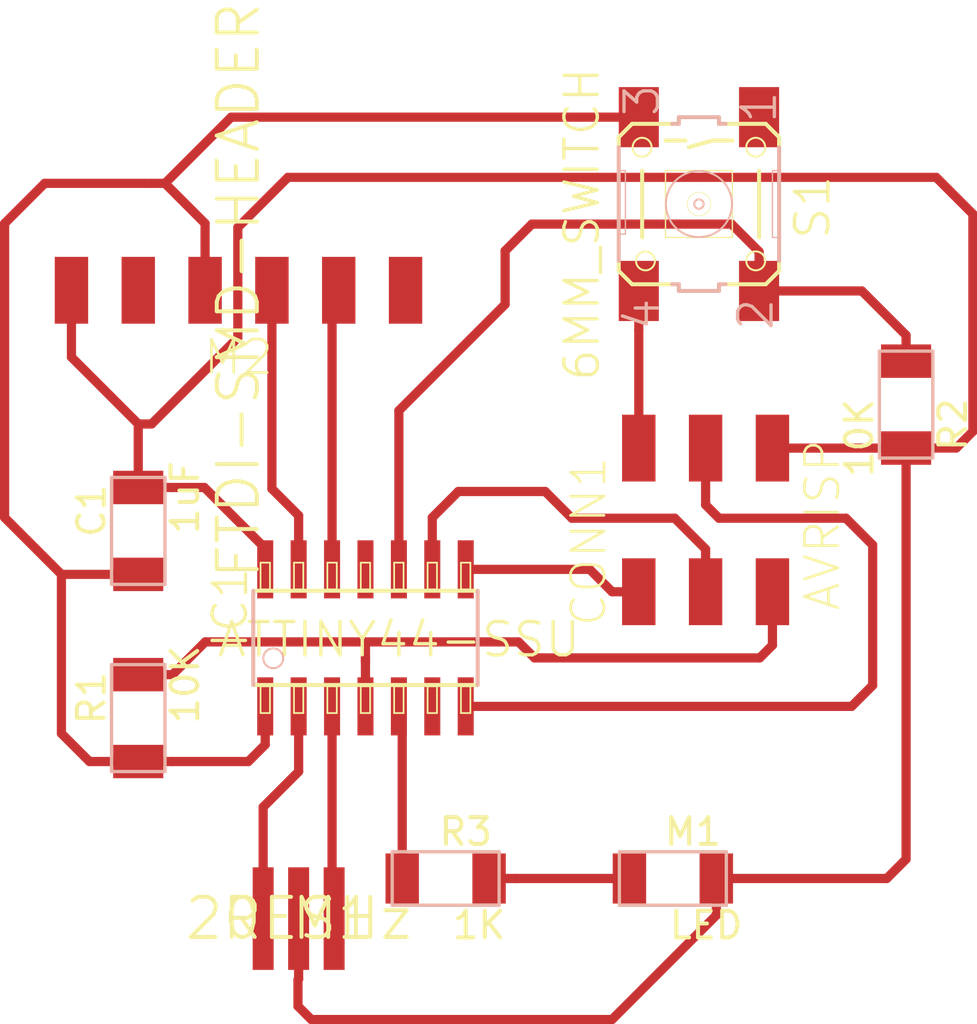
<source format=kicad_pcb>
(kicad_pcb (version 20171130) (host pcbnew "(5.0.2)-1")

  (general
    (thickness 1.6)
    (drawings 0)
    (tracks 102)
    (zones 0)
    (modules 10)
    (nets 20)
  )

  (page A4)
  (layers
    (0 F.Cu signal)
    (31 B.Cu signal hide)
    (32 B.Adhes user)
    (33 F.Adhes user)
    (34 B.Paste user)
    (35 F.Paste user)
    (36 B.SilkS user)
    (37 F.SilkS user)
    (38 B.Mask user)
    (39 F.Mask user)
    (40 Dwgs.User user)
    (41 Cmts.User user)
    (42 Eco1.User user)
    (43 Eco2.User user)
    (44 Edge.Cuts user)
    (45 Margin user)
    (46 B.CrtYd user)
    (47 F.CrtYd user)
    (48 B.Fab user)
    (49 F.Fab user)
  )

  (setup
    (last_trace_width 0.35)
    (trace_clearance 0.25)
    (zone_clearance 0.508)
    (zone_45_only no)
    (trace_min 0.2)
    (segment_width 0.2)
    (edge_width 0.15)
    (via_size 0.8)
    (via_drill 0.4)
    (via_min_size 0.4)
    (via_min_drill 0.3)
    (uvia_size 0.3)
    (uvia_drill 0.1)
    (uvias_allowed no)
    (uvia_min_size 0.2)
    (uvia_min_drill 0.1)
    (pcb_text_width 0.3)
    (pcb_text_size 1.5 1.5)
    (mod_edge_width 0.15)
    (mod_text_size 1 1)
    (mod_text_width 0.15)
    (pad_size 1.524 1.524)
    (pad_drill 0.762)
    (pad_to_mask_clearance 0.051)
    (solder_mask_min_width 0.25)
    (aux_axis_origin 124.587 94.996)
    (visible_elements 7FFFFFFF)
    (pcbplotparams
      (layerselection 0x00000_7fffffff)
      (usegerberextensions false)
      (usegerberattributes false)
      (usegerberadvancedattributes false)
      (creategerberjobfile false)
      (excludeedgelayer true)
      (linewidth 0.100000)
      (plotframeref false)
      (viasonmask false)
      (mode 1)
      (useauxorigin true)
      (hpglpennumber 1)
      (hpglpenspeed 20)
      (hpglpendiameter 15.000000)
      (psnegative false)
      (psa4output false)
      (plotreference true)
      (plotvalue true)
      (plotinvisibletext false)
      (padsonsilk false)
      (subtractmaskfromsilk false)
      (outputformat 1)
      (mirror false)
      (drillshape 0)
      (scaleselection 1)
      (outputdirectory "/home/stjdigital/fablabstjude/tryingkicad/elecdesign/gerbers/PascalVL/"))
  )

  (net 0 "")
  (net 1 "Net-(C1-Pad1)")
  (net 2 "Net-(CONN1-Pad1)")
  (net 3 "Net-(CONN1-Pad3)")
  (net 4 "Net-(CONN1-Pad4)")
  (net 5 "Net-(CONN1-Pad5)")
  (net 6 "Net-(IC1-Pad2)")
  (net 7 "Net-(IC1-Pad3)")
  (net 8 "Net-(IC1-Pad5)")
  (net 9 "Net-(IC1-Pad6)")
  (net 10 "Net-(IC1-Pad10)")
  (net 11 "Net-(IC1-Pad11)")
  (net 12 "Net-(IC1-Pad12)")
  (net 13 "Net-(IC1-Pad13)")
  (net 14 "Net-(M1-Pad1)")
  (net 15 "Net-(M2-Pad2)")
  (net 16 "Net-(M2-Pad6)")
  (net 17 /GND)
  (net 18 "Net-(CONN1-Pad2)")
  (net 19 "Net-(S1-Pad1)")

  (net_class Default "This is the default net class."
    (clearance 0.25)
    (trace_width 0.35)
    (via_dia 0.8)
    (via_drill 0.4)
    (uvia_dia 0.3)
    (uvia_drill 0.1)
    (add_net /GND)
    (add_net "Net-(C1-Pad1)")
    (add_net "Net-(CONN1-Pad1)")
    (add_net "Net-(CONN1-Pad2)")
    (add_net "Net-(CONN1-Pad3)")
    (add_net "Net-(CONN1-Pad4)")
    (add_net "Net-(CONN1-Pad5)")
    (add_net "Net-(IC1-Pad10)")
    (add_net "Net-(IC1-Pad11)")
    (add_net "Net-(IC1-Pad12)")
    (add_net "Net-(IC1-Pad13)")
    (add_net "Net-(IC1-Pad2)")
    (add_net "Net-(IC1-Pad3)")
    (add_net "Net-(IC1-Pad5)")
    (add_net "Net-(IC1-Pad6)")
    (add_net "Net-(M1-Pad1)")
    (add_net "Net-(M2-Pad2)")
    (add_net "Net-(M2-Pad6)")
    (add_net "Net-(S1-Pad1)")
  )

  (module fab:fab-6MM_SWITCH (layer F.Cu) (tedit 200000) (tstamp 5C8229CE)
    (at 154.94 60.452 270)
    (descr "OMRON SWITCH")
    (tags "OMRON SWITCH")
    (path /5C75ACC0)
    (attr smd)
    (fp_text reference S1 (at 0.127 -4.318 270) (layer F.SilkS)
      (effects (font (size 1.27 1.27) (thickness 0.127)))
    )
    (fp_text value 6MM_SWITCH (at 0.762 4.445 270) (layer F.SilkS)
      (effects (font (size 1.27 1.27) (thickness 0.127)))
    )
    (fp_line (start 3.302 0.762) (end 3.048 0.762) (layer B.SilkS) (width 0.1524))
    (fp_line (start 3.302 0.762) (end 3.302 -0.762) (layer B.SilkS) (width 0.1524))
    (fp_line (start 3.048 -0.762) (end 3.302 -0.762) (layer B.SilkS) (width 0.1524))
    (fp_line (start 3.048 -1.016) (end 3.048 -2.54) (layer F.SilkS) (width 0.1524))
    (fp_line (start -3.302 -0.762) (end -3.048 -0.762) (layer B.SilkS) (width 0.1524))
    (fp_line (start -3.302 -0.762) (end -3.302 0.762) (layer B.SilkS) (width 0.1524))
    (fp_line (start -3.048 0.762) (end -3.302 0.762) (layer B.SilkS) (width 0.1524))
    (fp_line (start 3.048 -2.54) (end 2.54 -3.048) (layer F.SilkS) (width 0.1524))
    (fp_line (start 2.54 3.048) (end 3.048 2.54) (layer F.SilkS) (width 0.1524))
    (fp_line (start 3.048 2.54) (end 3.048 1.016) (layer F.SilkS) (width 0.1524))
    (fp_line (start -2.54 -3.048) (end -3.048 -2.54) (layer F.SilkS) (width 0.1524))
    (fp_line (start -3.048 -2.54) (end -3.048 -1.016) (layer F.SilkS) (width 0.1524))
    (fp_line (start -2.54 3.048) (end -3.048 2.54) (layer F.SilkS) (width 0.1524))
    (fp_line (start -3.048 2.54) (end -3.048 1.016) (layer F.SilkS) (width 0.1524))
    (fp_line (start -1.27 -1.27) (end -1.27 1.27) (layer F.SilkS) (width 0.0508))
    (fp_line (start 1.27 1.27) (end -1.27 1.27) (layer F.SilkS) (width 0.0508))
    (fp_line (start 1.27 1.27) (end 1.27 -1.27) (layer F.SilkS) (width 0.0508))
    (fp_line (start -1.27 -1.27) (end 1.27 -1.27) (layer F.SilkS) (width 0.0508))
    (fp_line (start -1.27 -3.048) (end -1.27 -2.794) (layer B.SilkS) (width 0.0508))
    (fp_line (start 1.27 -2.794) (end -1.27 -2.794) (layer B.SilkS) (width 0.0508))
    (fp_line (start 1.27 -2.794) (end 1.27 -3.048) (layer B.SilkS) (width 0.0508))
    (fp_line (start 1.143 2.794) (end -1.27 2.794) (layer B.SilkS) (width 0.0508))
    (fp_line (start 1.143 2.794) (end 1.143 3.048) (layer B.SilkS) (width 0.0508))
    (fp_line (start -1.27 2.794) (end -1.27 3.048) (layer B.SilkS) (width 0.0508))
    (fp_line (start 2.54 3.048) (end 2.159 3.048) (layer F.SilkS) (width 0.1524))
    (fp_line (start -2.54 3.048) (end -2.159 3.048) (layer F.SilkS) (width 0.1524))
    (fp_line (start -2.159 3.048) (end -1.27 3.048) (layer B.SilkS) (width 0.1524))
    (fp_line (start -2.54 -3.048) (end -2.159 -3.048) (layer F.SilkS) (width 0.1524))
    (fp_line (start 2.54 -3.048) (end 2.159 -3.048) (layer F.SilkS) (width 0.1524))
    (fp_line (start 2.159 -3.048) (end 1.27 -3.048) (layer B.SilkS) (width 0.1524))
    (fp_line (start 1.27 -3.048) (end -1.27 -3.048) (layer B.SilkS) (width 0.1524))
    (fp_line (start -1.27 -3.048) (end -2.159 -3.048) (layer B.SilkS) (width 0.1524))
    (fp_line (start -1.27 3.048) (end 1.143 3.048) (layer B.SilkS) (width 0.1524))
    (fp_line (start 1.143 3.048) (end 2.159 3.048) (layer B.SilkS) (width 0.1524))
    (fp_line (start 3.048 0.762) (end 3.048 1.016) (layer B.SilkS) (width 0.1524))
    (fp_line (start 3.048 -0.762) (end 3.048 -1.016) (layer B.SilkS) (width 0.1524))
    (fp_line (start -3.048 0.762) (end -3.048 1.016) (layer B.SilkS) (width 0.1524))
    (fp_line (start -3.048 -0.762) (end -3.048 -1.016) (layer B.SilkS) (width 0.1524))
    (fp_line (start -1.27 2.159) (end 1.27 2.159) (layer F.SilkS) (width 0.1524))
    (fp_line (start 1.27 -2.286) (end -1.27 -2.286) (layer F.SilkS) (width 0.1524))
    (fp_line (start -2.413 -1.27) (end -2.413 -0.508) (layer F.SilkS) (width 0.1524))
    (fp_line (start -2.413 0.508) (end -2.413 1.27) (layer F.SilkS) (width 0.1524))
    (fp_line (start -2.413 -0.508) (end -2.159 0.381) (layer F.SilkS) (width 0.1524))
    (fp_circle (center 0 0) (end -0.889 0.889) (layer B.SilkS) (width 0.0762))
    (fp_circle (center -2.159 2.159) (end -2.413 2.413) (layer F.SilkS) (width 0.0762))
    (fp_circle (center 2.159 2.032) (end 2.413 2.286) (layer F.SilkS) (width 0.0762))
    (fp_circle (center 2.159 -2.159) (end 2.413 -2.413) (layer F.SilkS) (width 0.0762))
    (fp_circle (center -2.159 -2.159) (end -2.413 -2.413) (layer F.SilkS) (width 0.0762))
    (fp_circle (center 0 0) (end -0.3175 0.3175) (layer F.SilkS) (width 0.0254))
    (fp_circle (center 0 0) (end -0.127 0.127) (layer B.SilkS) (width 0.0762))
    (fp_text user 1 (at -3.683 -2.286 270) (layer B.SilkS)
      (effects (font (size 1.27 1.27) (thickness 0.127)))
    )
    (fp_text user 2 (at 4.191 -2.159 270) (layer B.SilkS)
      (effects (font (size 1.27 1.27) (thickness 0.127)))
    )
    (fp_text user 3 (at -3.937 2.159 270) (layer B.SilkS)
      (effects (font (size 1.27 1.27) (thickness 0.127)))
    )
    (fp_text user 4 (at 4.191 2.159 270) (layer B.SilkS)
      (effects (font (size 1.27 1.27) (thickness 0.127)))
    )
    (pad 1 smd rect (at -3.302 -2.286 270) (size 2.286 1.524) (layers F.Cu F.Paste F.Mask)
      (net 19 "Net-(S1-Pad1)"))
    (pad 2 smd rect (at 3.302 -2.286 270) (size 2.286 1.524) (layers F.Cu F.Paste F.Mask)
      (net 10 "Net-(IC1-Pad10)"))
    (pad 3 smd rect (at -3.302 2.286 270) (size 2.286 1.524) (layers F.Cu F.Paste F.Mask)
      (net 1 "Net-(C1-Pad1)"))
    (pad 4 smd rect (at 3.302 2.286 270) (size 2.286 1.524) (layers F.Cu F.Paste F.Mask)
      (net 18 "Net-(CONN1-Pad2)"))
    (model Buttons_Switches_SMD.3dshapes/SW_SPST_PTS645.wrl
      (at (xyz 0 0 0))
      (scale (xyz 1 1 1))
      (rotate (xyz 0 0 0))
    )
  )

  (module fab:fab-1X06SMD (layer F.Cu) (tedit 200000) (tstamp 5C828561)
    (at 137.4394 63.7286 90)
    (path /5C775663)
    (attr smd)
    (fp_text reference M2 (at -2.54 0 180) (layer F.SilkS)
      (effects (font (size 1.27 1.27) (thickness 0.1016)))
    )
    (fp_text value FTDI-SMD-HEADER (at 0 0 90) (layer F.SilkS)
      (effects (font (size 1.524 1.524) (thickness 0.15)))
    )
    (pad 1 smd rect (at 0 -6.35 90) (size 2.54 1.27) (layers F.Cu F.Paste F.Mask)
      (net 17 /GND))
    (pad 2 smd rect (at 0 -3.81 90) (size 2.54 1.27) (layers F.Cu F.Paste F.Mask)
      (net 15 "Net-(M2-Pad2)"))
    (pad 3 smd rect (at 0 -1.27 90) (size 2.54 1.27) (layers F.Cu F.Paste F.Mask)
      (net 1 "Net-(C1-Pad1)"))
    (pad 4 smd rect (at 0 1.27 90) (size 2.54 1.27) (layers F.Cu F.Paste F.Mask)
      (net 13 "Net-(IC1-Pad13)"))
    (pad 5 smd rect (at 0 3.81 90) (size 2.54 1.27) (layers F.Cu F.Paste F.Mask)
      (net 12 "Net-(IC1-Pad12)"))
    (pad 6 smd rect (at 0 6.35 90) (size 2.54 1.27) (layers F.Cu F.Paste F.Mask)
      (net 16 "Net-(M2-Pad6)"))
    (model Pin_Headers.3dshapes/Pin_Header_Angled_1x06.wrl
      (at (xyz 0 0 0))
      (scale (xyz 1 1 1))
      (rotate (xyz 0 0 90))
    )
  )

  (module fab:fab-C1206FAB (layer F.Cu) (tedit 200000) (tstamp 5C822908)
    (at 133.6294 72.8726 90)
    (path /5C757372)
    (attr smd)
    (fp_text reference C1 (at 0.762 -1.778 90) (layer F.SilkS)
      (effects (font (size 1.016 1.016) (thickness 0.1524)))
    )
    (fp_text value 1uF (at 1.27 1.778 90) (layer F.SilkS)
      (effects (font (size 1.016 1.016) (thickness 0.1524)))
    )
    (fp_line (start -2.032 -1.016) (end 2.032 -1.016) (layer B.SilkS) (width 0.127))
    (fp_line (start 2.032 -1.016) (end 2.032 1.016) (layer B.SilkS) (width 0.127))
    (fp_line (start 2.032 1.016) (end -2.032 1.016) (layer B.SilkS) (width 0.127))
    (fp_line (start -2.032 1.016) (end -2.032 -1.016) (layer B.SilkS) (width 0.127))
    (pad 1 smd rect (at -1.651 0 90) (size 1.27 1.905) (layers F.Cu F.Paste F.Mask)
      (net 1 "Net-(C1-Pad1)"))
    (pad 2 smd rect (at 1.651 0 90) (size 1.27 1.905) (layers F.Cu F.Paste F.Mask)
      (net 17 /GND))
  )

  (module fab:fab-2X03SMD (layer F.Cu) (tedit 200000) (tstamp 5C822912)
    (at 155.194 72.644 90)
    (path /5C75766A)
    (attr smd)
    (fp_text reference CONN1 (at -0.635 -4.445 90) (layer F.SilkS)
      (effects (font (size 1.27 1.27) (thickness 0.1016)))
    )
    (fp_text value AVRISP (at 0 4.445 90) (layer F.SilkS)
      (effects (font (size 1.27 1.27) (thickness 0.1016)))
    )
    (pad 1 smd rect (at -2.54 -2.54 90) (size 2.54 1.27) (layers F.Cu F.Paste F.Mask)
      (net 2 "Net-(CONN1-Pad1)"))
    (pad 2 smd rect (at 2.91846 -2.54 90) (size 2.54 1.27) (layers F.Cu F.Paste F.Mask)
      (net 18 "Net-(CONN1-Pad2)"))
    (pad 3 smd rect (at -2.54 0 90) (size 2.54 1.27) (layers F.Cu F.Paste F.Mask)
      (net 3 "Net-(CONN1-Pad3)"))
    (pad 4 smd rect (at 2.91846 0 90) (size 2.54 1.27) (layers F.Cu F.Paste F.Mask)
      (net 4 "Net-(CONN1-Pad4)"))
    (pad 5 smd rect (at -2.54 2.54 90) (size 2.54 1.27) (layers F.Cu F.Paste F.Mask)
      (net 5 "Net-(CONN1-Pad5)"))
    (pad 6 smd rect (at 2.91846 2.54 90) (size 2.54 1.27) (layers F.Cu F.Paste F.Mask)
      (net 17 /GND))
    (model Pin_Headers.3dshapes/Pin_Header_Straight_2x03.wrl
      (at (xyz 0 0 0))
      (scale (xyz 1 1 1))
      (rotate (xyz 0 0 -90))
    )
  )

  (module fab:fab-SOIC14 (layer F.Cu) (tedit 5C917700) (tstamp 5C822961)
    (at 142.2654 76.9366)
    (descr "SMALL OUTLINE PACKAGE")
    (tags "SMALL OUTLINE PACKAGE")
    (path /5C7570DE)
    (attr smd)
    (fp_text reference IC1 (at -5.1435 -1.143 -270) (layer F.SilkS)
      (effects (font (size 1.27 1.27) (thickness 0.127)))
    )
    (fp_text value ATTINY44-SSU (at 1.27 0.0635) (layer F.SilkS)
      (effects (font (size 1.27 1.27) (thickness 0.127)))
    )
    (fp_line (start -3.9878 -1.8415) (end -3.62966 -1.8415) (layer F.SilkS) (width 0.06604))
    (fp_line (start -3.62966 -1.8415) (end -3.62966 -2.8575) (layer F.SilkS) (width 0.06604))
    (fp_line (start -3.9878 -2.8575) (end -3.62966 -2.8575) (layer F.SilkS) (width 0.06604))
    (fp_line (start -3.9878 -1.8415) (end -3.9878 -2.8575) (layer F.SilkS) (width 0.06604))
    (fp_line (start -2.7178 -1.8415) (end -2.3622 -1.8415) (layer F.SilkS) (width 0.06604))
    (fp_line (start -2.3622 -1.8415) (end -2.3622 -2.8575) (layer F.SilkS) (width 0.06604))
    (fp_line (start -2.7178 -2.8575) (end -2.3622 -2.8575) (layer F.SilkS) (width 0.06604))
    (fp_line (start -2.7178 -1.8415) (end -2.7178 -2.8575) (layer F.SilkS) (width 0.06604))
    (fp_line (start -1.4478 -1.8415) (end -1.08966 -1.8415) (layer F.SilkS) (width 0.06604))
    (fp_line (start -1.08966 -1.8415) (end -1.08966 -2.8575) (layer F.SilkS) (width 0.06604))
    (fp_line (start -1.4478 -2.8575) (end -1.08966 -2.8575) (layer F.SilkS) (width 0.06604))
    (fp_line (start -1.4478 -1.8415) (end -1.4478 -2.8575) (layer F.SilkS) (width 0.06604))
    (fp_line (start -0.1778 -1.8415) (end 0.1778 -1.8415) (layer F.SilkS) (width 0.06604))
    (fp_line (start 0.1778 -1.8415) (end 0.1778 -2.8575) (layer F.SilkS) (width 0.06604))
    (fp_line (start -0.1778 -2.8575) (end 0.1778 -2.8575) (layer F.SilkS) (width 0.06604))
    (fp_line (start -0.1778 -1.8415) (end -0.1778 -2.8575) (layer F.SilkS) (width 0.06604))
    (fp_line (start 1.08966 -1.8415) (end 1.4478 -1.8415) (layer F.SilkS) (width 0.06604))
    (fp_line (start 1.4478 -1.8415) (end 1.4478 -2.8575) (layer F.SilkS) (width 0.06604))
    (fp_line (start 1.08966 -2.8575) (end 1.4478 -2.8575) (layer F.SilkS) (width 0.06604))
    (fp_line (start 1.08966 -1.8415) (end 1.08966 -2.8575) (layer F.SilkS) (width 0.06604))
    (fp_line (start 2.3622 -1.8415) (end 2.7178 -1.8415) (layer F.SilkS) (width 0.06604))
    (fp_line (start 2.7178 -1.8415) (end 2.7178 -2.8575) (layer F.SilkS) (width 0.06604))
    (fp_line (start 2.3622 -2.8575) (end 2.7178 -2.8575) (layer F.SilkS) (width 0.06604))
    (fp_line (start 2.3622 -1.8415) (end 2.3622 -2.8575) (layer F.SilkS) (width 0.06604))
    (fp_line (start 3.62966 -1.8415) (end 3.9878 -1.8415) (layer F.SilkS) (width 0.06604))
    (fp_line (start 3.9878 -1.8415) (end 3.9878 -2.8575) (layer F.SilkS) (width 0.06604))
    (fp_line (start 3.62966 -2.8575) (end 3.9878 -2.8575) (layer F.SilkS) (width 0.06604))
    (fp_line (start 3.62966 -1.8415) (end 3.62966 -2.8575) (layer F.SilkS) (width 0.06604))
    (fp_line (start 3.62966 2.8575) (end 3.9878 2.8575) (layer F.SilkS) (width 0.06604))
    (fp_line (start 3.9878 2.8575) (end 3.9878 1.8415) (layer F.SilkS) (width 0.06604))
    (fp_line (start 3.62966 1.8415) (end 3.9878 1.8415) (layer F.SilkS) (width 0.06604))
    (fp_line (start 3.62966 2.8575) (end 3.62966 1.8415) (layer F.SilkS) (width 0.06604))
    (fp_line (start 2.3622 2.8575) (end 2.7178 2.8575) (layer F.SilkS) (width 0.06604))
    (fp_line (start 2.7178 2.8575) (end 2.7178 1.8415) (layer F.SilkS) (width 0.06604))
    (fp_line (start 2.3622 1.8415) (end 2.7178 1.8415) (layer F.SilkS) (width 0.06604))
    (fp_line (start 2.3622 2.8575) (end 2.3622 1.8415) (layer F.SilkS) (width 0.06604))
    (fp_line (start 1.08966 2.8575) (end 1.4478 2.8575) (layer F.SilkS) (width 0.06604))
    (fp_line (start 1.4478 2.8575) (end 1.4478 1.8415) (layer F.SilkS) (width 0.06604))
    (fp_line (start 1.08966 1.8415) (end 1.4478 1.8415) (layer F.SilkS) (width 0.06604))
    (fp_line (start 1.08966 2.8575) (end 1.08966 1.8415) (layer F.SilkS) (width 0.06604))
    (fp_line (start -0.1778 2.8575) (end 0.1778 2.8575) (layer F.SilkS) (width 0.06604))
    (fp_line (start 0.1778 2.8575) (end 0.1778 1.8415) (layer F.SilkS) (width 0.06604))
    (fp_line (start -0.1778 1.8415) (end 0.1778 1.8415) (layer F.SilkS) (width 0.06604))
    (fp_line (start -0.1778 2.8575) (end -0.1778 1.8415) (layer F.SilkS) (width 0.06604))
    (fp_line (start -1.4478 2.8575) (end -1.08966 2.8575) (layer F.SilkS) (width 0.06604))
    (fp_line (start -1.08966 2.8575) (end -1.08966 1.8415) (layer F.SilkS) (width 0.06604))
    (fp_line (start -1.4478 1.8415) (end -1.08966 1.8415) (layer F.SilkS) (width 0.06604))
    (fp_line (start -1.4478 2.8575) (end -1.4478 1.8415) (layer F.SilkS) (width 0.06604))
    (fp_line (start -2.7178 2.8575) (end -2.3622 2.8575) (layer F.SilkS) (width 0.06604))
    (fp_line (start -2.3622 2.8575) (end -2.3622 1.8415) (layer F.SilkS) (width 0.06604))
    (fp_line (start -2.7178 1.8415) (end -2.3622 1.8415) (layer F.SilkS) (width 0.06604))
    (fp_line (start -2.7178 2.8575) (end -2.7178 1.8415) (layer F.SilkS) (width 0.06604))
    (fp_line (start -3.9878 2.8575) (end -3.62966 2.8575) (layer F.SilkS) (width 0.06604))
    (fp_line (start -3.62966 2.8575) (end -3.62966 1.8415) (layer F.SilkS) (width 0.06604))
    (fp_line (start -3.9878 1.8415) (end -3.62966 1.8415) (layer F.SilkS) (width 0.06604))
    (fp_line (start -3.9878 2.8575) (end -3.9878 1.8415) (layer F.SilkS) (width 0.06604))
    (fp_line (start -4.26466 1.7907) (end 4.26466 1.7907) (layer F.SilkS) (width 0.1524))
    (fp_line (start 4.26466 1.7907) (end 4.26466 -1.7907) (layer B.SilkS) (width 0.1524))
    (fp_line (start 4.26466 -1.7907) (end -4.26466 -1.7907) (layer F.SilkS) (width 0.1524))
    (fp_line (start -4.26466 -1.7907) (end -4.26466 1.7907) (layer B.SilkS) (width 0.1524))
    (fp_circle (center -3.5052 0.7747) (end -3.7719 1.0414) (layer B.SilkS) (width 0.0762))
    (pad 1 smd rect (at -3.81 2.6035) (size 0.6096 2.20726) (layers F.Cu F.Paste F.Mask)
      (net 1 "Net-(C1-Pad1)"))
    (pad 2 smd rect (at -2.54 2.6035) (size 0.6096 2.20726) (layers F.Cu F.Paste F.Mask)
      (net 6 "Net-(IC1-Pad2)"))
    (pad 3 smd rect (at -1.27 2.6035) (size 0.6096 2.20726) (layers F.Cu F.Paste F.Mask)
      (net 7 "Net-(IC1-Pad3)"))
    (pad 4 smd rect (at 0 2.6035) (size 0.6096 2.20726) (layers F.Cu F.Paste F.Mask)
      (net 5 "Net-(CONN1-Pad5)"))
    (pad 5 smd rect (at 1.27 2.6035) (size 0.6096 2.20726) (layers F.Cu F.Paste F.Mask)
      (net 8 "Net-(IC1-Pad5)"))
    (pad 6 smd rect (at 2.54 2.6035) (size 0.6096 2.20726) (layers F.Cu F.Paste F.Mask)
      (net 9 "Net-(IC1-Pad6)"))
    (pad 7 smd rect (at 3.81 2.6035) (size 0.6096 2.20726) (layers F.Cu F.Paste F.Mask)
      (net 4 "Net-(CONN1-Pad4)"))
    (pad 8 smd rect (at 3.81 -2.6035) (size 0.6096 2.20726) (layers F.Cu F.Paste F.Mask)
      (net 2 "Net-(CONN1-Pad1)"))
    (pad 9 smd rect (at 2.54 -2.6035) (size 0.6096 2.20726) (layers F.Cu F.Paste F.Mask)
      (net 3 "Net-(CONN1-Pad3)"))
    (pad 10 smd rect (at 1.27 -2.6035) (size 0.6096 2.20726) (layers F.Cu F.Paste F.Mask)
      (net 10 "Net-(IC1-Pad10)"))
    (pad 11 smd rect (at 0 -2.6035) (size 0.6096 2.20726) (layers F.Cu F.Paste F.Mask)
      (net 11 "Net-(IC1-Pad11)"))
    (pad 12 smd rect (at -1.27 -2.6035) (size 0.6096 2.20726) (layers F.Cu F.Paste F.Mask)
      (net 12 "Net-(IC1-Pad12)"))
    (pad 13 smd rect (at -2.54 -2.6035) (size 0.6096 2.20726) (layers F.Cu F.Paste F.Mask)
      (net 13 "Net-(IC1-Pad13)"))
    (pad 14 smd rect (at -3.81 -2.6035) (size 0.6096 2.20726) (layers F.Cu F.Paste F.Mask)
      (net 17 /GND))
    (model Housings_SOIC.3dshapes/SOIC-14_3.9x8.7mm_Pitch1.27mm.wrl
      (at (xyz 0 0 0))
      (scale (xyz 1 1 1))
      (rotate (xyz 0 0 -90))
    )
  )

  (module fab:fab-LED1206FAB (layer F.Cu) (tedit 200000) (tstamp 5C82296B)
    (at 153.9494 86.0806)
    (descr "LED1206 FAB STYLE (SMALLER PADS TO ALLOW TRACE BETWEEN)")
    (tags "LED1206 FAB STYLE (SMALLER PADS TO ALLOW TRACE BETWEEN)")
    (path /5C75AECB)
    (attr smd)
    (fp_text reference M1 (at 0.762 -1.778) (layer F.SilkS)
      (effects (font (size 1.016 1.016) (thickness 0.1524)))
    )
    (fp_text value LED (at 1.27 1.778) (layer F.SilkS)
      (effects (font (size 1.016 1.016) (thickness 0.1524)))
    )
    (fp_line (start -2.032 -1.016) (end 2.032 -1.016) (layer B.SilkS) (width 0.127))
    (fp_line (start 2.032 -1.016) (end 2.032 1.016) (layer B.SilkS) (width 0.127))
    (fp_line (start 2.032 1.016) (end -2.032 1.016) (layer B.SilkS) (width 0.127))
    (fp_line (start -2.032 1.016) (end -2.032 -1.016) (layer B.SilkS) (width 0.127))
    (pad 1 smd rect (at -1.651 0) (size 1.27 1.905) (layers F.Cu F.Paste F.Mask)
      (net 14 "Net-(M1-Pad1)"))
    (pad 2 smd rect (at 1.651 0) (size 1.27 1.905) (layers F.Cu F.Paste F.Mask)
      (net 17 /GND))
  )

  (module fab:fab-R1206FAB (layer F.Cu) (tedit 200000) (tstamp 5C822975)
    (at 133.6294 79.9846 90)
    (path /5C757409)
    (attr smd)
    (fp_text reference R1 (at 0.762 -1.778 90) (layer F.SilkS)
      (effects (font (size 1.016 1.016) (thickness 0.1524)))
    )
    (fp_text value 10K (at 1.27 1.778 90) (layer F.SilkS)
      (effects (font (size 1.016 1.016) (thickness 0.1524)))
    )
    (fp_line (start -2.032 -1.016) (end 2.032 -1.016) (layer B.SilkS) (width 0.127))
    (fp_line (start 2.032 -1.016) (end 2.032 1.016) (layer B.SilkS) (width 0.127))
    (fp_line (start 2.032 1.016) (end -2.032 1.016) (layer B.SilkS) (width 0.127))
    (fp_line (start -2.032 1.016) (end -2.032 -1.016) (layer B.SilkS) (width 0.127))
    (pad 1 smd rect (at -1.651 0 90) (size 1.27 1.905) (layers F.Cu F.Paste F.Mask)
      (net 1 "Net-(C1-Pad1)"))
    (pad 2 smd rect (at 1.651 0 90) (size 1.27 1.905) (layers F.Cu F.Paste F.Mask)
      (net 5 "Net-(CONN1-Pad5)"))
  )

  (module fab:fab-R1206FAB (layer F.Cu) (tedit 200000) (tstamp 5C82297F)
    (at 162.814 68.072 270)
    (path /5C75AD86)
    (attr smd)
    (fp_text reference R2 (at 0.762 -1.778 270) (layer F.SilkS)
      (effects (font (size 1.016 1.016) (thickness 0.1524)))
    )
    (fp_text value 10K (at 1.27 1.778 270) (layer F.SilkS)
      (effects (font (size 1.016 1.016) (thickness 0.1524)))
    )
    (fp_line (start -2.032 1.016) (end -2.032 -1.016) (layer B.SilkS) (width 0.127))
    (fp_line (start 2.032 1.016) (end -2.032 1.016) (layer B.SilkS) (width 0.127))
    (fp_line (start 2.032 -1.016) (end 2.032 1.016) (layer B.SilkS) (width 0.127))
    (fp_line (start -2.032 -1.016) (end 2.032 -1.016) (layer B.SilkS) (width 0.127))
    (pad 2 smd rect (at 1.651 0 270) (size 1.27 1.905) (layers F.Cu F.Paste F.Mask)
      (net 17 /GND))
    (pad 1 smd rect (at -1.651 0 270) (size 1.27 1.905) (layers F.Cu F.Paste F.Mask)
      (net 10 "Net-(IC1-Pad10)"))
  )

  (module fab:fab-R1206FAB (layer F.Cu) (tedit 200000) (tstamp 5C822989)
    (at 145.3134 86.0806)
    (path /5C762056)
    (attr smd)
    (fp_text reference R3 (at 0.762 -1.778) (layer F.SilkS)
      (effects (font (size 1.016 1.016) (thickness 0.1524)))
    )
    (fp_text value 1K (at 1.27 1.778) (layer F.SilkS)
      (effects (font (size 1.016 1.016) (thickness 0.1524)))
    )
    (fp_line (start -2.032 -1.016) (end 2.032 -1.016) (layer B.SilkS) (width 0.127))
    (fp_line (start 2.032 -1.016) (end 2.032 1.016) (layer B.SilkS) (width 0.127))
    (fp_line (start 2.032 1.016) (end -2.032 1.016) (layer B.SilkS) (width 0.127))
    (fp_line (start -2.032 1.016) (end -2.032 -1.016) (layer B.SilkS) (width 0.127))
    (pad 1 smd rect (at -1.651 0) (size 1.27 1.905) (layers F.Cu F.Paste F.Mask)
      (net 8 "Net-(IC1-Pad5)"))
    (pad 2 smd rect (at 1.651 0) (size 1.27 1.905) (layers F.Cu F.Paste F.Mask)
      (net 14 "Net-(M1-Pad1)"))
  )

  (module fab:fab-EFOBM (layer F.Cu) (tedit 200000) (tstamp 5C822F0D)
    (at 139.7254 87.6046)
    (path /5C757216)
    (attr smd)
    (fp_text reference RES1 (at 0 0) (layer F.SilkS)
      (effects (font (size 1.524 1.524) (thickness 0.15)))
    )
    (fp_text value "20 MHz" (at 0 0) (layer F.SilkS)
      (effects (font (size 1.524 1.524) (thickness 0.15)))
    )
    (pad 1 smd rect (at -1.34874 0 90) (size 3.8989 0.79756) (layers F.Cu F.Paste F.Mask)
      (net 6 "Net-(IC1-Pad2)"))
    (pad 2 smd rect (at 0 0 270) (size 3.8989 0.79756) (layers F.Cu F.Paste F.Mask)
      (net 17 /GND))
    (pad 3 smd rect (at 1.34874 0 270) (size 3.8989 0.79756) (layers F.Cu F.Paste F.Mask)
      (net 7 "Net-(IC1-Pad3)"))
    (model Crystals.3dshapes/resonator_SMD.wrl
      (at (xyz 0 0 0))
      (scale (xyz 1.38 1.38 1.38))
      (rotate (xyz 0 0 0))
    )
  )

  (segment (start 134.9319 81.6356) (end 133.6294 81.6356) (width 0.35) (layer F.Cu) (net 1))
  (segment (start 137.81353 81.6356) (end 134.9319 81.6356) (width 0.35) (layer F.Cu) (net 1))
  (segment (start 138.4554 80.99373) (end 137.81353 81.6356) (width 0.35) (layer F.Cu) (net 1))
  (segment (start 138.4554 79.5401) (end 138.4554 80.99373) (width 0.35) (layer F.Cu) (net 1))
  (segment (start 133.6294 74.5236) (end 130.7084 74.5236) (width 0.35) (layer F.Cu) (net 1))
  (segment (start 130.7084 74.5236) (end 128.5494 72.3646) (width 0.35) (layer F.Cu) (net 1))
  (segment (start 128.5494 72.3646) (end 128.5494 61.1886) (width 0.35) (layer F.Cu) (net 1))
  (segment (start 128.5494 61.1886) (end 130.0734 59.6646) (width 0.35) (layer F.Cu) (net 1))
  (segment (start 136.1694 61.1886) (end 136.1694 63.7286) (width 0.35) (layer F.Cu) (net 1))
  (segment (start 134.6454 59.6646) (end 136.1694 61.1886) (width 0.35) (layer F.Cu) (net 1))
  (segment (start 130.0734 59.6646) (end 134.1374 59.6646) (width 0.35) (layer F.Cu) (net 1))
  (segment (start 134.1374 59.6646) (end 134.6454 59.6646) (width 0.35) (layer F.Cu) (net 1))
  (segment (start 130.7084 80.5688) (end 130.7084 74.5236) (width 0.35) (layer F.Cu) (net 1))
  (segment (start 133.6294 81.6356) (end 131.7752 81.6356) (width 0.35) (layer F.Cu) (net 1))
  (segment (start 131.7752 81.6356) (end 130.7084 80.5688) (width 0.35) (layer F.Cu) (net 1))
  (segment (start 137.16 57.15) (end 149.098 57.15) (width 0.35) (layer F.Cu) (net 1))
  (segment (start 134.6454 59.6646) (end 137.16 57.15) (width 0.35) (layer F.Cu) (net 1))
  (segment (start 149.098 57.15) (end 152.654 57.15) (width 0.35) (layer F.Cu) (net 1))
  (segment (start 152.654 75.184) (end 151.638 75.184) (width 0.35) (layer F.Cu) (net 2))
  (segment (start 150.7871 74.3331) (end 146.0754 74.3331) (width 0.35) (layer F.Cu) (net 2))
  (segment (start 151.638 75.184) (end 150.7871 74.3331) (width 0.35) (layer F.Cu) (net 2))
  (segment (start 155.194 73.564) (end 154.02 72.39) (width 0.35) (layer F.Cu) (net 3))
  (segment (start 155.194 75.184) (end 155.194 73.564) (width 0.35) (layer F.Cu) (net 3))
  (segment (start 154.02 72.39) (end 150.114 72.39) (width 0.35) (layer F.Cu) (net 3))
  (segment (start 150.114 72.39) (end 149.098 71.374) (width 0.35) (layer F.Cu) (net 3))
  (segment (start 149.098 71.374) (end 145.796 71.374) (width 0.35) (layer F.Cu) (net 3))
  (segment (start 144.8054 72.3646) (end 144.8054 74.3331) (width 0.35) (layer F.Cu) (net 3))
  (segment (start 145.796 71.374) (end 144.8054 72.3646) (width 0.35) (layer F.Cu) (net 3))
  (segment (start 160.7439 79.5401) (end 146.0754 79.5401) (width 0.35) (layer F.Cu) (net 4))
  (segment (start 155.194 69.72554) (end 155.194 71.882) (width 0.35) (layer F.Cu) (net 4))
  (segment (start 155.702 72.39) (end 160.528 72.39) (width 0.35) (layer F.Cu) (net 4))
  (segment (start 160.528 72.39) (end 161.544 73.406) (width 0.35) (layer F.Cu) (net 4))
  (segment (start 161.544 73.406) (end 161.544 78.74) (width 0.35) (layer F.Cu) (net 4))
  (segment (start 155.194 71.882) (end 155.702 72.39) (width 0.35) (layer F.Cu) (net 4))
  (segment (start 161.544 78.74) (end 160.7439 79.5401) (width 0.35) (layer F.Cu) (net 4))
  (segment (start 157.734 77.216) (end 157.734 75.184) (width 0.35) (layer F.Cu) (net 5))
  (segment (start 157.2514 77.6986) (end 157.734 77.216) (width 0.35) (layer F.Cu) (net 5))
  (segment (start 134.9319 78.3336) (end 136.1765 77.089) (width 0.35) (layer F.Cu) (net 5))
  (segment (start 133.6294 78.3336) (end 134.9319 78.3336) (width 0.35) (layer F.Cu) (net 5))
  (segment (start 136.1765 77.089) (end 142.24 77.089) (width 0.35) (layer F.Cu) (net 5))
  (segment (start 142.2654 77.1144) (end 142.2654 77.851) (width 0.35) (layer F.Cu) (net 5))
  (segment (start 142.24 77.089) (end 142.2654 77.1144) (width 0.35) (layer F.Cu) (net 5))
  (segment (start 142.2654 77.851) (end 142.2654 77.6986) (width 0.35) (layer F.Cu) (net 5))
  (segment (start 142.2654 77.851) (end 142.2654 79.5401) (width 0.35) (layer F.Cu) (net 5))
  (segment (start 142.24 77.089) (end 148.082 77.089) (width 0.35) (layer F.Cu) (net 5))
  (segment (start 148.6916 77.6986) (end 157.2514 77.6986) (width 0.35) (layer F.Cu) (net 5))
  (segment (start 148.082 77.089) (end 148.6916 77.6986) (width 0.35) (layer F.Cu) (net 5))
  (segment (start 139.7254 79.5401) (end 139.7254 82.0166) (width 0.35) (layer F.Cu) (net 6))
  (segment (start 138.37666 83.36534) (end 138.37666 87.6046) (width 0.35) (layer F.Cu) (net 6))
  (segment (start 139.7254 82.0166) (end 138.37666 83.36534) (width 0.35) (layer F.Cu) (net 6))
  (segment (start 140.9954 87.52586) (end 141.07414 87.6046) (width 0.35) (layer F.Cu) (net 7))
  (segment (start 140.9954 79.5401) (end 140.9954 87.52586) (width 0.35) (layer F.Cu) (net 7))
  (segment (start 143.6624 79.6671) (end 143.5354 79.5401) (width 0.35) (layer F.Cu) (net 8))
  (segment (start 143.6624 86.0806) (end 143.6624 79.6671) (width 0.35) (layer F.Cu) (net 8))
  (segment (start 162.814 65.436) (end 162.814 66.421) (width 0.35) (layer F.Cu) (net 10))
  (segment (start 161.132 63.754) (end 162.814 65.436) (width 0.35) (layer F.Cu) (net 10))
  (segment (start 157.226 63.754) (end 161.132 63.754) (width 0.35) (layer F.Cu) (net 10))
  (segment (start 157.226 62.261) (end 156.179 61.214) (width 0.35) (layer F.Cu) (net 10))
  (segment (start 157.226 63.754) (end 157.226 62.261) (width 0.35) (layer F.Cu) (net 10))
  (segment (start 156.179 61.214) (end 148.59 61.214) (width 0.35) (layer F.Cu) (net 10))
  (segment (start 148.59 61.214) (end 147.574 62.23) (width 0.35) (layer F.Cu) (net 10))
  (segment (start 147.574 62.23) (end 147.574 64.262) (width 0.35) (layer F.Cu) (net 10))
  (segment (start 143.5354 68.3006) (end 143.5354 74.3331) (width 0.35) (layer F.Cu) (net 10))
  (segment (start 147.574 64.262) (end 143.5354 68.3006) (width 0.35) (layer F.Cu) (net 10))
  (segment (start 140.9954 63.9826) (end 141.2494 63.7286) (width 0.35) (layer F.Cu) (net 12))
  (segment (start 140.9954 74.3331) (end 140.9954 63.9826) (width 0.35) (layer F.Cu) (net 12))
  (segment (start 139.7254 74.3331) (end 139.7254 72.2884) (width 0.35) (layer F.Cu) (net 13))
  (segment (start 138.7094 71.2724) (end 138.7094 63.7286) (width 0.35) (layer F.Cu) (net 13))
  (segment (start 139.7254 72.2884) (end 138.7094 71.2724) (width 0.35) (layer F.Cu) (net 13))
  (segment (start 147.9494 86.0806) (end 152.2984 86.0806) (width 0.35) (layer F.Cu) (net 14))
  (segment (start 146.9644 86.0806) (end 147.9494 86.0806) (width 0.35) (layer F.Cu) (net 14))
  (segment (start 134.9319 71.2216) (end 133.6294 71.2216) (width 0.35) (layer F.Cu) (net 17))
  (segment (start 136.14273 71.2216) (end 134.9319 71.2216) (width 0.35) (layer F.Cu) (net 17))
  (segment (start 138.4554 73.53427) (end 136.14273 71.2216) (width 0.35) (layer F.Cu) (net 17))
  (segment (start 138.4554 74.3331) (end 138.4554 73.53427) (width 0.35) (layer F.Cu) (net 17))
  (segment (start 133.6294 71.2216) (end 133.6294 68.8086) (width 0.35) (layer F.Cu) (net 17))
  (segment (start 131.0894 66.2686) (end 131.0894 63.7286) (width 0.35) (layer F.Cu) (net 17))
  (segment (start 133.6294 68.8086) (end 131.0894 66.2686) (width 0.35) (layer F.Cu) (net 17))
  (segment (start 138.4554 74.3331) (end 138.4554 75.13193) (width 0.35) (layer F.Cu) (net 17))
  (segment (start 162.81146 69.72554) (end 162.814 69.723) (width 0.35) (layer F.Cu) (net 17))
  (segment (start 157.734 69.72554) (end 162.81146 69.72554) (width 0.35) (layer F.Cu) (net 17))
  (segment (start 162.0774 86.0806) (end 155.6004 86.0806) (width 0.35) (layer F.Cu) (net 17))
  (segment (start 162.814 69.723) (end 162.814 85.344) (width 0.35) (layer F.Cu) (net 17))
  (segment (start 162.814 85.344) (end 162.0774 86.0806) (width 0.35) (layer F.Cu) (net 17))
  (segment (start 139.7254 89.90405) (end 139.7 89.92945) (width 0.35) (layer F.Cu) (net 17))
  (segment (start 139.7254 87.6046) (end 139.7254 89.90405) (width 0.35) (layer F.Cu) (net 17))
  (segment (start 139.7 89.92945) (end 139.7 90.932) (width 0.35) (layer F.Cu) (net 17))
  (segment (start 139.7 90.932) (end 140.208 91.44) (width 0.35) (layer F.Cu) (net 17))
  (segment (start 140.208 91.44) (end 151.638 91.44) (width 0.35) (layer F.Cu) (net 17))
  (segment (start 155.6004 87.4776) (end 155.6004 86.0806) (width 0.35) (layer F.Cu) (net 17))
  (segment (start 151.638 91.44) (end 155.6004 87.4776) (width 0.35) (layer F.Cu) (net 17))
  (segment (start 164.719 69.723) (end 162.814 69.723) (width 0.35) (layer F.Cu) (net 17))
  (segment (start 165.354 69.088) (end 164.719 69.723) (width 0.35) (layer F.Cu) (net 17))
  (segment (start 165.354 60.833) (end 165.354 69.088) (width 0.35) (layer F.Cu) (net 17))
  (segment (start 134.1374 68.8086) (end 137.414 65.532) (width 0.35) (layer F.Cu) (net 17))
  (segment (start 133.6294 68.8086) (end 134.1374 68.8086) (width 0.35) (layer F.Cu) (net 17))
  (segment (start 137.414 65.532) (end 137.414 61.341) (width 0.35) (layer F.Cu) (net 17))
  (segment (start 139.319 59.436) (end 163.957 59.436) (width 0.35) (layer F.Cu) (net 17))
  (segment (start 137.414 61.341) (end 139.319 59.436) (width 0.35) (layer F.Cu) (net 17))
  (segment (start 163.957 59.436) (end 165.354 60.833) (width 0.35) (layer F.Cu) (net 17))
  (segment (start 152.654 65.247) (end 152.654 69.72554) (width 0.35) (layer F.Cu) (net 18))
  (segment (start 152.654 63.754) (end 152.654 65.247) (width 0.35) (layer F.Cu) (net 18))

)

</source>
